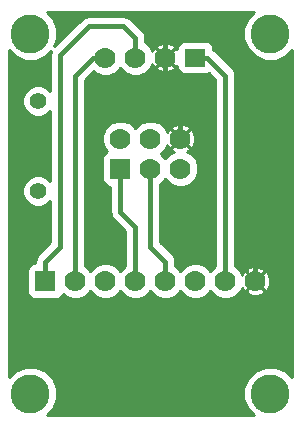
<source format=gbl>
G04 (created by PCBNEW (2013-jul-07)-stable) date Thu 13 Aug 2015 05:12:16 PM PDT*
%MOIN*%
G04 Gerber Fmt 3.4, Leading zero omitted, Abs format*
%FSLAX34Y34*%
G01*
G70*
G90*
G04 APERTURE LIST*
%ADD10C,0.00393701*%
%ADD11R,0.07X0.07*%
%ADD12C,0.07*%
%ADD13R,0.07X0.06*%
%ADD14C,0.055*%
%ADD15C,0.13*%
%ADD16C,0.017*%
%ADD17C,0.01*%
G04 APERTURE END LIST*
G54D10*
G54D11*
X53350Y-36250D03*
G54D12*
X53350Y-35250D03*
X54350Y-36250D03*
X54350Y-35250D03*
X55350Y-36250D03*
X55350Y-35250D03*
G54D13*
X55850Y-32550D03*
G54D12*
X54850Y-32550D03*
X53850Y-32550D03*
X52850Y-32550D03*
G54D11*
X50850Y-40000D03*
G54D12*
X51850Y-40000D03*
X52850Y-40000D03*
X53850Y-40000D03*
X54850Y-40000D03*
X55850Y-40000D03*
X56850Y-40000D03*
X57850Y-40000D03*
G54D14*
X50600Y-34000D03*
X50600Y-37000D03*
G54D15*
X58350Y-31750D03*
X50350Y-31750D03*
X58350Y-43750D03*
X50350Y-43750D03*
G54D16*
X55850Y-32550D02*
X56250Y-32550D01*
X56850Y-33150D02*
X56850Y-40000D01*
X56250Y-32550D02*
X56850Y-33150D01*
X53850Y-32550D02*
X53850Y-31900D01*
X50850Y-39350D02*
X50850Y-40000D01*
X51350Y-38850D02*
X50850Y-39350D01*
X51350Y-32450D02*
X51350Y-38850D01*
X52300Y-31500D02*
X51350Y-32450D01*
X53450Y-31500D02*
X52300Y-31500D01*
X53850Y-31900D02*
X53450Y-31500D01*
X52850Y-32550D02*
X52450Y-32550D01*
X51850Y-33150D02*
X51850Y-40000D01*
X52450Y-32550D02*
X51850Y-33150D01*
X54850Y-32550D02*
X54850Y-32100D01*
X57850Y-37550D02*
X57850Y-40000D01*
X57450Y-37150D02*
X57850Y-37550D01*
X57450Y-32400D02*
X57450Y-37150D01*
X56500Y-31450D02*
X57450Y-32400D01*
X55500Y-31450D02*
X56500Y-31450D01*
X54850Y-32100D02*
X55500Y-31450D01*
X54850Y-32550D02*
X54850Y-33750D01*
X55350Y-34250D02*
X55350Y-35250D01*
X54850Y-33750D02*
X55350Y-34250D01*
X54350Y-36250D02*
X54350Y-38850D01*
X54850Y-39350D02*
X54850Y-40000D01*
X54350Y-38850D02*
X54850Y-39350D01*
X53350Y-36250D02*
X53350Y-37700D01*
X53850Y-38200D02*
X53850Y-40000D01*
X53350Y-37700D02*
X53850Y-38200D01*
G54D17*
X50907Y-44465D02*
X57792Y-44465D01*
X50987Y-44385D02*
X57712Y-44385D01*
X51067Y-44305D02*
X57632Y-44305D01*
X51127Y-44225D02*
X57572Y-44225D01*
X51160Y-44145D02*
X57539Y-44145D01*
X51193Y-44065D02*
X57506Y-44065D01*
X51227Y-43985D02*
X57473Y-43985D01*
X51250Y-43905D02*
X57450Y-43905D01*
X51250Y-43825D02*
X57450Y-43825D01*
X51250Y-43745D02*
X57450Y-43745D01*
X51250Y-43665D02*
X57450Y-43665D01*
X51250Y-43585D02*
X57450Y-43585D01*
X51223Y-43505D02*
X57478Y-43505D01*
X51190Y-43425D02*
X57511Y-43425D01*
X51157Y-43345D02*
X57544Y-43345D01*
X51123Y-43265D02*
X57578Y-43265D01*
X59058Y-43185D02*
X59075Y-43185D01*
X51058Y-43185D02*
X57643Y-43185D01*
X49625Y-43185D02*
X49643Y-43185D01*
X58978Y-43105D02*
X59075Y-43105D01*
X50978Y-43105D02*
X57723Y-43105D01*
X49625Y-43105D02*
X49723Y-43105D01*
X58898Y-43025D02*
X59075Y-43025D01*
X50898Y-43025D02*
X57803Y-43025D01*
X49625Y-43025D02*
X49803Y-43025D01*
X58758Y-42945D02*
X59075Y-42945D01*
X50758Y-42945D02*
X57941Y-42945D01*
X49625Y-42945D02*
X49943Y-42945D01*
X58566Y-42865D02*
X59075Y-42865D01*
X50566Y-42865D02*
X58136Y-42865D01*
X49625Y-42865D02*
X50136Y-42865D01*
X49625Y-42785D02*
X59075Y-42785D01*
X49625Y-42705D02*
X59075Y-42705D01*
X49625Y-42625D02*
X59075Y-42625D01*
X49625Y-42545D02*
X59075Y-42545D01*
X49625Y-42465D02*
X59075Y-42465D01*
X49625Y-42385D02*
X59075Y-42385D01*
X49625Y-42305D02*
X59075Y-42305D01*
X49625Y-42225D02*
X59075Y-42225D01*
X49625Y-42145D02*
X59075Y-42145D01*
X49625Y-42065D02*
X59075Y-42065D01*
X49625Y-41985D02*
X59075Y-41985D01*
X49625Y-41905D02*
X59075Y-41905D01*
X49625Y-41825D02*
X59075Y-41825D01*
X49625Y-41745D02*
X59075Y-41745D01*
X49625Y-41665D02*
X59075Y-41665D01*
X49625Y-41585D02*
X59075Y-41585D01*
X49625Y-41505D02*
X59075Y-41505D01*
X49625Y-41425D02*
X59075Y-41425D01*
X49625Y-41345D02*
X59075Y-41345D01*
X49625Y-41265D02*
X59075Y-41265D01*
X49625Y-41185D02*
X59075Y-41185D01*
X49625Y-41105D02*
X59075Y-41105D01*
X49625Y-41025D02*
X59075Y-41025D01*
X49625Y-40945D02*
X59075Y-40945D01*
X49625Y-40865D02*
X59075Y-40865D01*
X49625Y-40785D02*
X59075Y-40785D01*
X49625Y-40705D02*
X59075Y-40705D01*
X49625Y-40625D02*
X59075Y-40625D01*
X57099Y-40545D02*
X59075Y-40545D01*
X56099Y-40545D02*
X56600Y-40545D01*
X55099Y-40545D02*
X55600Y-40545D01*
X54099Y-40545D02*
X54600Y-40545D01*
X53099Y-40545D02*
X53600Y-40545D01*
X52099Y-40545D02*
X52600Y-40545D01*
X51357Y-40545D02*
X51600Y-40545D01*
X49625Y-40545D02*
X50343Y-40545D01*
X58004Y-40465D02*
X59075Y-40465D01*
X57232Y-40465D02*
X57690Y-40465D01*
X56231Y-40465D02*
X56468Y-40465D01*
X55231Y-40465D02*
X55468Y-40465D01*
X54232Y-40465D02*
X54468Y-40465D01*
X53231Y-40465D02*
X53468Y-40465D01*
X52232Y-40465D02*
X52468Y-40465D01*
X51421Y-40465D02*
X51468Y-40465D01*
X49625Y-40465D02*
X50278Y-40465D01*
X58148Y-40385D02*
X59075Y-40385D01*
X57312Y-40385D02*
X57551Y-40385D01*
X56310Y-40385D02*
X56388Y-40385D01*
X55310Y-40385D02*
X55388Y-40385D01*
X54312Y-40385D02*
X54388Y-40385D01*
X53310Y-40385D02*
X53388Y-40385D01*
X52312Y-40385D02*
X52388Y-40385D01*
X49625Y-40385D02*
X50251Y-40385D01*
X58220Y-40305D02*
X59075Y-40305D01*
X58148Y-40305D02*
X58162Y-40305D01*
X57538Y-40305D02*
X57552Y-40305D01*
X57371Y-40305D02*
X57479Y-40305D01*
X49625Y-40305D02*
X50251Y-40305D01*
X58285Y-40225D02*
X59075Y-40225D01*
X58068Y-40225D02*
X58082Y-40225D01*
X57618Y-40225D02*
X57632Y-40225D01*
X57404Y-40225D02*
X57411Y-40225D01*
X49625Y-40225D02*
X50251Y-40225D01*
X58321Y-40145D02*
X59075Y-40145D01*
X57988Y-40145D02*
X58002Y-40145D01*
X57698Y-40145D02*
X57712Y-40145D01*
X49625Y-40145D02*
X50251Y-40145D01*
X58337Y-40065D02*
X59075Y-40065D01*
X57908Y-40065D02*
X57922Y-40065D01*
X57778Y-40065D02*
X57792Y-40065D01*
X49625Y-40065D02*
X50251Y-40065D01*
X58339Y-39985D02*
X59075Y-39985D01*
X57858Y-39985D02*
X57872Y-39985D01*
X57828Y-39985D02*
X57842Y-39985D01*
X49625Y-39985D02*
X50251Y-39985D01*
X58338Y-39905D02*
X59075Y-39905D01*
X57938Y-39905D02*
X57952Y-39905D01*
X57748Y-39905D02*
X57762Y-39905D01*
X49625Y-39905D02*
X50251Y-39905D01*
X58308Y-39825D02*
X59075Y-39825D01*
X58018Y-39825D02*
X58032Y-39825D01*
X57668Y-39825D02*
X57682Y-39825D01*
X49625Y-39825D02*
X50251Y-39825D01*
X58278Y-39745D02*
X59075Y-39745D01*
X58098Y-39745D02*
X58112Y-39745D01*
X57588Y-39745D02*
X57602Y-39745D01*
X57393Y-39745D02*
X57428Y-39745D01*
X49625Y-39745D02*
X50251Y-39745D01*
X58171Y-39665D02*
X59075Y-39665D01*
X57360Y-39665D02*
X57530Y-39665D01*
X49625Y-39665D02*
X50251Y-39665D01*
X58122Y-39585D02*
X59075Y-39585D01*
X57282Y-39585D02*
X57573Y-39585D01*
X56283Y-39585D02*
X56418Y-39585D01*
X55282Y-39585D02*
X55418Y-39585D01*
X53282Y-39585D02*
X53418Y-39585D01*
X52283Y-39585D02*
X52418Y-39585D01*
X49625Y-39585D02*
X50258Y-39585D01*
X57202Y-39505D02*
X59075Y-39505D01*
X56203Y-39505D02*
X56498Y-39505D01*
X55202Y-39505D02*
X55498Y-39505D01*
X53202Y-39505D02*
X53498Y-39505D01*
X52203Y-39505D02*
X52498Y-39505D01*
X49625Y-39505D02*
X50293Y-39505D01*
X57185Y-39425D02*
X59075Y-39425D01*
X56028Y-39425D02*
X56515Y-39425D01*
X55185Y-39425D02*
X55673Y-39425D01*
X53028Y-39425D02*
X53515Y-39425D01*
X52185Y-39425D02*
X52673Y-39425D01*
X49625Y-39425D02*
X50393Y-39425D01*
X57185Y-39345D02*
X59075Y-39345D01*
X55184Y-39345D02*
X56515Y-39345D01*
X52185Y-39345D02*
X53515Y-39345D01*
X49625Y-39345D02*
X50517Y-39345D01*
X57185Y-39265D02*
X59075Y-39265D01*
X55168Y-39265D02*
X56515Y-39265D01*
X52185Y-39265D02*
X53515Y-39265D01*
X49625Y-39265D02*
X50533Y-39265D01*
X57185Y-39185D02*
X59075Y-39185D01*
X55135Y-39185D02*
X56515Y-39185D01*
X52185Y-39185D02*
X53515Y-39185D01*
X49625Y-39185D02*
X50566Y-39185D01*
X57185Y-39105D02*
X59075Y-39105D01*
X55079Y-39105D02*
X56515Y-39105D01*
X52185Y-39105D02*
X53515Y-39105D01*
X49625Y-39105D02*
X50621Y-39105D01*
X57185Y-39025D02*
X59075Y-39025D01*
X54999Y-39025D02*
X56515Y-39025D01*
X52185Y-39025D02*
X53515Y-39025D01*
X49625Y-39025D02*
X50701Y-39025D01*
X57185Y-38945D02*
X59075Y-38945D01*
X54919Y-38945D02*
X56515Y-38945D01*
X52185Y-38945D02*
X53515Y-38945D01*
X49625Y-38945D02*
X50781Y-38945D01*
X57185Y-38865D02*
X59075Y-38865D01*
X54839Y-38865D02*
X56515Y-38865D01*
X52185Y-38865D02*
X53515Y-38865D01*
X49625Y-38865D02*
X50861Y-38865D01*
X57185Y-38785D02*
X59075Y-38785D01*
X54759Y-38785D02*
X56515Y-38785D01*
X52185Y-38785D02*
X53515Y-38785D01*
X49625Y-38785D02*
X50941Y-38785D01*
X57185Y-38705D02*
X59075Y-38705D01*
X54685Y-38705D02*
X56515Y-38705D01*
X52185Y-38705D02*
X53515Y-38705D01*
X49625Y-38705D02*
X51015Y-38705D01*
X57185Y-38625D02*
X59075Y-38625D01*
X54685Y-38625D02*
X56515Y-38625D01*
X52185Y-38625D02*
X53515Y-38625D01*
X49625Y-38625D02*
X51015Y-38625D01*
X57185Y-38545D02*
X59075Y-38545D01*
X54685Y-38545D02*
X56515Y-38545D01*
X52185Y-38545D02*
X53515Y-38545D01*
X49625Y-38545D02*
X51015Y-38545D01*
X57185Y-38465D02*
X59075Y-38465D01*
X54685Y-38465D02*
X56515Y-38465D01*
X52185Y-38465D02*
X53515Y-38465D01*
X49625Y-38465D02*
X51015Y-38465D01*
X57185Y-38385D02*
X59075Y-38385D01*
X54685Y-38385D02*
X56515Y-38385D01*
X52185Y-38385D02*
X53515Y-38385D01*
X49625Y-38385D02*
X51015Y-38385D01*
X57185Y-38305D02*
X59075Y-38305D01*
X54685Y-38305D02*
X56515Y-38305D01*
X52185Y-38305D02*
X53481Y-38305D01*
X49625Y-38305D02*
X51015Y-38305D01*
X57185Y-38225D02*
X59075Y-38225D01*
X54685Y-38225D02*
X56515Y-38225D01*
X52185Y-38225D02*
X53401Y-38225D01*
X49625Y-38225D02*
X51015Y-38225D01*
X57185Y-38145D02*
X59075Y-38145D01*
X54685Y-38145D02*
X56515Y-38145D01*
X52185Y-38145D02*
X53321Y-38145D01*
X49625Y-38145D02*
X51015Y-38145D01*
X57185Y-38065D02*
X59075Y-38065D01*
X54685Y-38065D02*
X56515Y-38065D01*
X52185Y-38065D02*
X53241Y-38065D01*
X49625Y-38065D02*
X51015Y-38065D01*
X57185Y-37985D02*
X59075Y-37985D01*
X54685Y-37985D02*
X56515Y-37985D01*
X52185Y-37985D02*
X53161Y-37985D01*
X49625Y-37985D02*
X51015Y-37985D01*
X57185Y-37905D02*
X59075Y-37905D01*
X54685Y-37905D02*
X56515Y-37905D01*
X52185Y-37905D02*
X53091Y-37905D01*
X49625Y-37905D02*
X51015Y-37905D01*
X57185Y-37825D02*
X59075Y-37825D01*
X54685Y-37825D02*
X56515Y-37825D01*
X52185Y-37825D02*
X53040Y-37825D01*
X49625Y-37825D02*
X51015Y-37825D01*
X57185Y-37745D02*
X59075Y-37745D01*
X54685Y-37745D02*
X56515Y-37745D01*
X52185Y-37745D02*
X53024Y-37745D01*
X49625Y-37745D02*
X51015Y-37745D01*
X57185Y-37665D02*
X59075Y-37665D01*
X54685Y-37665D02*
X56515Y-37665D01*
X52185Y-37665D02*
X53015Y-37665D01*
X49625Y-37665D02*
X51015Y-37665D01*
X57185Y-37585D02*
X59075Y-37585D01*
X54685Y-37585D02*
X56515Y-37585D01*
X52185Y-37585D02*
X53015Y-37585D01*
X49625Y-37585D02*
X51015Y-37585D01*
X57185Y-37505D02*
X59075Y-37505D01*
X54685Y-37505D02*
X56515Y-37505D01*
X52185Y-37505D02*
X53015Y-37505D01*
X50752Y-37505D02*
X51015Y-37505D01*
X49625Y-37505D02*
X50446Y-37505D01*
X57185Y-37425D02*
X59075Y-37425D01*
X54685Y-37425D02*
X56515Y-37425D01*
X52185Y-37425D02*
X53015Y-37425D01*
X50917Y-37425D02*
X51015Y-37425D01*
X49625Y-37425D02*
X50282Y-37425D01*
X57185Y-37345D02*
X59075Y-37345D01*
X54685Y-37345D02*
X56515Y-37345D01*
X52185Y-37345D02*
X53015Y-37345D01*
X50997Y-37345D02*
X51015Y-37345D01*
X49625Y-37345D02*
X50202Y-37345D01*
X57185Y-37265D02*
X59075Y-37265D01*
X54685Y-37265D02*
X56515Y-37265D01*
X52185Y-37265D02*
X53015Y-37265D01*
X49625Y-37265D02*
X50141Y-37265D01*
X57185Y-37185D02*
X59075Y-37185D01*
X54685Y-37185D02*
X56515Y-37185D01*
X52185Y-37185D02*
X53015Y-37185D01*
X49625Y-37185D02*
X50108Y-37185D01*
X57185Y-37105D02*
X59075Y-37105D01*
X54685Y-37105D02*
X56515Y-37105D01*
X52185Y-37105D02*
X53015Y-37105D01*
X49625Y-37105D02*
X50075Y-37105D01*
X57185Y-37025D02*
X59075Y-37025D01*
X54685Y-37025D02*
X56515Y-37025D01*
X52185Y-37025D02*
X53015Y-37025D01*
X49625Y-37025D02*
X50075Y-37025D01*
X57185Y-36945D02*
X59075Y-36945D01*
X54685Y-36945D02*
X56515Y-36945D01*
X52185Y-36945D02*
X53015Y-36945D01*
X49625Y-36945D02*
X50075Y-36945D01*
X57185Y-36865D02*
X59075Y-36865D01*
X54685Y-36865D02*
X56515Y-36865D01*
X52185Y-36865D02*
X53015Y-36865D01*
X49625Y-36865D02*
X50088Y-36865D01*
X57185Y-36785D02*
X59075Y-36785D01*
X55623Y-36785D02*
X56515Y-36785D01*
X54685Y-36785D02*
X55076Y-36785D01*
X52185Y-36785D02*
X52833Y-36785D01*
X49625Y-36785D02*
X50121Y-36785D01*
X57185Y-36705D02*
X59075Y-36705D01*
X55742Y-36705D02*
X56515Y-36705D01*
X54741Y-36705D02*
X54957Y-36705D01*
X52185Y-36705D02*
X52774Y-36705D01*
X49625Y-36705D02*
X50154Y-36705D01*
X57185Y-36625D02*
X59075Y-36625D01*
X55822Y-36625D02*
X56515Y-36625D01*
X54821Y-36625D02*
X54877Y-36625D01*
X52185Y-36625D02*
X52751Y-36625D01*
X50968Y-36625D02*
X51015Y-36625D01*
X49625Y-36625D02*
X50233Y-36625D01*
X57185Y-36545D02*
X59075Y-36545D01*
X55876Y-36545D02*
X56515Y-36545D01*
X52185Y-36545D02*
X52751Y-36545D01*
X50874Y-36545D02*
X51015Y-36545D01*
X49625Y-36545D02*
X50328Y-36545D01*
X57185Y-36465D02*
X59075Y-36465D01*
X55909Y-36465D02*
X56515Y-36465D01*
X52185Y-36465D02*
X52751Y-36465D01*
X49625Y-36465D02*
X51015Y-36465D01*
X57185Y-36385D02*
X59075Y-36385D01*
X55942Y-36385D02*
X56515Y-36385D01*
X52185Y-36385D02*
X52751Y-36385D01*
X49625Y-36385D02*
X51015Y-36385D01*
X57185Y-36305D02*
X59075Y-36305D01*
X55949Y-36305D02*
X56515Y-36305D01*
X52185Y-36305D02*
X52751Y-36305D01*
X49625Y-36305D02*
X51015Y-36305D01*
X57185Y-36225D02*
X59075Y-36225D01*
X55949Y-36225D02*
X56515Y-36225D01*
X52185Y-36225D02*
X52751Y-36225D01*
X49625Y-36225D02*
X51015Y-36225D01*
X57185Y-36145D02*
X59075Y-36145D01*
X55949Y-36145D02*
X56515Y-36145D01*
X52185Y-36145D02*
X52751Y-36145D01*
X49625Y-36145D02*
X51015Y-36145D01*
X57185Y-36065D02*
X59075Y-36065D01*
X55922Y-36065D02*
X56515Y-36065D01*
X52185Y-36065D02*
X52751Y-36065D01*
X49625Y-36065D02*
X51015Y-36065D01*
X57185Y-35985D02*
X59075Y-35985D01*
X55889Y-35985D02*
X56515Y-35985D01*
X52185Y-35985D02*
X52751Y-35985D01*
X49625Y-35985D02*
X51015Y-35985D01*
X57185Y-35905D02*
X59075Y-35905D01*
X55852Y-35905D02*
X56515Y-35905D01*
X52185Y-35905D02*
X52751Y-35905D01*
X49625Y-35905D02*
X51015Y-35905D01*
X57185Y-35825D02*
X59075Y-35825D01*
X55772Y-35825D02*
X56515Y-35825D01*
X54772Y-35825D02*
X54928Y-35825D01*
X52185Y-35825D02*
X52762Y-35825D01*
X49625Y-35825D02*
X51015Y-35825D01*
X57185Y-35745D02*
X59075Y-35745D01*
X55692Y-35745D02*
X56515Y-35745D01*
X54702Y-35745D02*
X55008Y-35745D01*
X52185Y-35745D02*
X52803Y-35745D01*
X49625Y-35745D02*
X51015Y-35745D01*
X57185Y-35665D02*
X59075Y-35665D01*
X55627Y-35665D02*
X56515Y-35665D01*
X54782Y-35665D02*
X55078Y-35665D01*
X52185Y-35665D02*
X52915Y-35665D01*
X49625Y-35665D02*
X51015Y-35665D01*
X57185Y-35585D02*
X59075Y-35585D01*
X55670Y-35585D02*
X56515Y-35585D01*
X54859Y-35585D02*
X55029Y-35585D01*
X52185Y-35585D02*
X52840Y-35585D01*
X49625Y-35585D02*
X51015Y-35585D01*
X57185Y-35505D02*
X59075Y-35505D01*
X55772Y-35505D02*
X56515Y-35505D01*
X55598Y-35505D02*
X55612Y-35505D01*
X55088Y-35505D02*
X55102Y-35505D01*
X54892Y-35505D02*
X54922Y-35505D01*
X52185Y-35505D02*
X52807Y-35505D01*
X49625Y-35505D02*
X51015Y-35505D01*
X57185Y-35425D02*
X59075Y-35425D01*
X55807Y-35425D02*
X56515Y-35425D01*
X55518Y-35425D02*
X55532Y-35425D01*
X55168Y-35425D02*
X55182Y-35425D01*
X52185Y-35425D02*
X52774Y-35425D01*
X49625Y-35425D02*
X51015Y-35425D01*
X57185Y-35345D02*
X59075Y-35345D01*
X55836Y-35345D02*
X56515Y-35345D01*
X55438Y-35345D02*
X55452Y-35345D01*
X55248Y-35345D02*
X55262Y-35345D01*
X52185Y-35345D02*
X52751Y-35345D01*
X49625Y-35345D02*
X51015Y-35345D01*
X57185Y-35265D02*
X59075Y-35265D01*
X55838Y-35265D02*
X56515Y-35265D01*
X55358Y-35265D02*
X55372Y-35265D01*
X55328Y-35265D02*
X55342Y-35265D01*
X52185Y-35265D02*
X52751Y-35265D01*
X49625Y-35265D02*
X51015Y-35265D01*
X57185Y-35185D02*
X59075Y-35185D01*
X55841Y-35185D02*
X56515Y-35185D01*
X55408Y-35185D02*
X55422Y-35185D01*
X55278Y-35185D02*
X55292Y-35185D01*
X52185Y-35185D02*
X52751Y-35185D01*
X49625Y-35185D02*
X51015Y-35185D01*
X57185Y-35105D02*
X59075Y-35105D01*
X55819Y-35105D02*
X56515Y-35105D01*
X55488Y-35105D02*
X55502Y-35105D01*
X55198Y-35105D02*
X55212Y-35105D01*
X52185Y-35105D02*
X52762Y-35105D01*
X49625Y-35105D02*
X51015Y-35105D01*
X57185Y-35025D02*
X59075Y-35025D01*
X55789Y-35025D02*
X56515Y-35025D01*
X55568Y-35025D02*
X55582Y-35025D01*
X55118Y-35025D02*
X55132Y-35025D01*
X54905Y-35025D02*
X54914Y-35025D01*
X52185Y-35025D02*
X52795Y-35025D01*
X49625Y-35025D02*
X51015Y-35025D01*
X57185Y-34945D02*
X59075Y-34945D01*
X55721Y-34945D02*
X56515Y-34945D01*
X55648Y-34945D02*
X55662Y-34945D01*
X55038Y-34945D02*
X55052Y-34945D01*
X54872Y-34945D02*
X54980Y-34945D01*
X52185Y-34945D02*
X52828Y-34945D01*
X49625Y-34945D02*
X51015Y-34945D01*
X57185Y-34865D02*
X59075Y-34865D01*
X55649Y-34865D02*
X56515Y-34865D01*
X54812Y-34865D02*
X55052Y-34865D01*
X53813Y-34865D02*
X53888Y-34865D01*
X52185Y-34865D02*
X52888Y-34865D01*
X49625Y-34865D02*
X51015Y-34865D01*
X57185Y-34785D02*
X59075Y-34785D01*
X55510Y-34785D02*
X56515Y-34785D01*
X54732Y-34785D02*
X55196Y-34785D01*
X53733Y-34785D02*
X53968Y-34785D01*
X52185Y-34785D02*
X52968Y-34785D01*
X49625Y-34785D02*
X51015Y-34785D01*
X57185Y-34705D02*
X59075Y-34705D01*
X54600Y-34705D02*
X56515Y-34705D01*
X53600Y-34705D02*
X54101Y-34705D01*
X52185Y-34705D02*
X53101Y-34705D01*
X49625Y-34705D02*
X51015Y-34705D01*
X57185Y-34625D02*
X59075Y-34625D01*
X52185Y-34625D02*
X56515Y-34625D01*
X49625Y-34625D02*
X51015Y-34625D01*
X57185Y-34545D02*
X59075Y-34545D01*
X52185Y-34545D02*
X56515Y-34545D01*
X49625Y-34545D02*
X51015Y-34545D01*
X57185Y-34465D02*
X59075Y-34465D01*
X52185Y-34465D02*
X56515Y-34465D01*
X50848Y-34465D02*
X51015Y-34465D01*
X49625Y-34465D02*
X50350Y-34465D01*
X57185Y-34385D02*
X59075Y-34385D01*
X52185Y-34385D02*
X56515Y-34385D01*
X50957Y-34385D02*
X51015Y-34385D01*
X49625Y-34385D02*
X50242Y-34385D01*
X57185Y-34305D02*
X59075Y-34305D01*
X52185Y-34305D02*
X56515Y-34305D01*
X49625Y-34305D02*
X50162Y-34305D01*
X57185Y-34225D02*
X59075Y-34225D01*
X52185Y-34225D02*
X56515Y-34225D01*
X49625Y-34225D02*
X50125Y-34225D01*
X57185Y-34145D02*
X59075Y-34145D01*
X52185Y-34145D02*
X56515Y-34145D01*
X49625Y-34145D02*
X50091Y-34145D01*
X57185Y-34065D02*
X59075Y-34065D01*
X52185Y-34065D02*
X56515Y-34065D01*
X49625Y-34065D02*
X50075Y-34065D01*
X57185Y-33985D02*
X59075Y-33985D01*
X52185Y-33985D02*
X56515Y-33985D01*
X49625Y-33985D02*
X50075Y-33985D01*
X57185Y-33905D02*
X59075Y-33905D01*
X52185Y-33905D02*
X56515Y-33905D01*
X49625Y-33905D02*
X50075Y-33905D01*
X57185Y-33825D02*
X59075Y-33825D01*
X52185Y-33825D02*
X56515Y-33825D01*
X49625Y-33825D02*
X50105Y-33825D01*
X57185Y-33745D02*
X59075Y-33745D01*
X52185Y-33745D02*
X56515Y-33745D01*
X49625Y-33745D02*
X50138Y-33745D01*
X57185Y-33665D02*
X59075Y-33665D01*
X52185Y-33665D02*
X56515Y-33665D01*
X51008Y-33665D02*
X51015Y-33665D01*
X49625Y-33665D02*
X50193Y-33665D01*
X57185Y-33585D02*
X59075Y-33585D01*
X52185Y-33585D02*
X56515Y-33585D01*
X50928Y-33585D02*
X51015Y-33585D01*
X49625Y-33585D02*
X50273Y-33585D01*
X57185Y-33505D02*
X59075Y-33505D01*
X52185Y-33505D02*
X56515Y-33505D01*
X50778Y-33505D02*
X51015Y-33505D01*
X49625Y-33505D02*
X50424Y-33505D01*
X57185Y-33425D02*
X59075Y-33425D01*
X52185Y-33425D02*
X56515Y-33425D01*
X49625Y-33425D02*
X51015Y-33425D01*
X57185Y-33345D02*
X59075Y-33345D01*
X52185Y-33345D02*
X56515Y-33345D01*
X49625Y-33345D02*
X51015Y-33345D01*
X57185Y-33265D02*
X59075Y-33265D01*
X52208Y-33265D02*
X56491Y-33265D01*
X49625Y-33265D02*
X51015Y-33265D01*
X57185Y-33185D02*
X59075Y-33185D01*
X52288Y-33185D02*
X56411Y-33185D01*
X49625Y-33185D02*
X51015Y-33185D01*
X57176Y-33105D02*
X59075Y-33105D01*
X54075Y-33105D02*
X56331Y-33105D01*
X53075Y-33105D02*
X53624Y-33105D01*
X52368Y-33105D02*
X52624Y-33105D01*
X49625Y-33105D02*
X51015Y-33105D01*
X57160Y-33025D02*
X59075Y-33025D01*
X54978Y-33025D02*
X55323Y-33025D01*
X54222Y-33025D02*
X54713Y-33025D01*
X53221Y-33025D02*
X53477Y-33025D01*
X52448Y-33025D02*
X52478Y-33025D01*
X49625Y-33025D02*
X51015Y-33025D01*
X57109Y-32945D02*
X59075Y-32945D01*
X55144Y-32945D02*
X55270Y-32945D01*
X54302Y-32945D02*
X54555Y-32945D01*
X53301Y-32945D02*
X53397Y-32945D01*
X49625Y-32945D02*
X51015Y-32945D01*
X57039Y-32865D02*
X59075Y-32865D01*
X55197Y-32865D02*
X55251Y-32865D01*
X55158Y-32865D02*
X55172Y-32865D01*
X54528Y-32865D02*
X54542Y-32865D01*
X54367Y-32865D02*
X54501Y-32865D01*
X49625Y-32865D02*
X51015Y-32865D01*
X56959Y-32785D02*
X59075Y-32785D01*
X55078Y-32785D02*
X55092Y-32785D01*
X54608Y-32785D02*
X54622Y-32785D01*
X54400Y-32785D02*
X54415Y-32785D01*
X49625Y-32785D02*
X51015Y-32785D01*
X56879Y-32705D02*
X59075Y-32705D01*
X54998Y-32705D02*
X55012Y-32705D01*
X54688Y-32705D02*
X54702Y-32705D01*
X49625Y-32705D02*
X51015Y-32705D01*
X58588Y-32625D02*
X59075Y-32625D01*
X56799Y-32625D02*
X58110Y-32625D01*
X54918Y-32625D02*
X54932Y-32625D01*
X54768Y-32625D02*
X54782Y-32625D01*
X50588Y-32625D02*
X51015Y-32625D01*
X49625Y-32625D02*
X50110Y-32625D01*
X58781Y-32545D02*
X59075Y-32545D01*
X56719Y-32545D02*
X57918Y-32545D01*
X54838Y-32545D02*
X54862Y-32545D01*
X50781Y-32545D02*
X51015Y-32545D01*
X49625Y-32545D02*
X49918Y-32545D01*
X58907Y-32465D02*
X59075Y-32465D01*
X56639Y-32465D02*
X57792Y-32465D01*
X54928Y-32465D02*
X54942Y-32465D01*
X54758Y-32465D02*
X54772Y-32465D01*
X50906Y-32465D02*
X51015Y-32465D01*
X49625Y-32465D02*
X49792Y-32465D01*
X58987Y-32385D02*
X59075Y-32385D01*
X56559Y-32385D02*
X57712Y-32385D01*
X55008Y-32385D02*
X55022Y-32385D01*
X54678Y-32385D02*
X54692Y-32385D01*
X50986Y-32385D02*
X51028Y-32385D01*
X49625Y-32385D02*
X49712Y-32385D01*
X59067Y-32305D02*
X59075Y-32305D01*
X56476Y-32305D02*
X57632Y-32305D01*
X55088Y-32305D02*
X55102Y-32305D01*
X54598Y-32305D02*
X54612Y-32305D01*
X54397Y-32305D02*
X54423Y-32305D01*
X49625Y-32305D02*
X49632Y-32305D01*
X56449Y-32225D02*
X57572Y-32225D01*
X55168Y-32225D02*
X55251Y-32225D01*
X54364Y-32225D02*
X54532Y-32225D01*
X56426Y-32145D02*
X57539Y-32145D01*
X55140Y-32145D02*
X55274Y-32145D01*
X54292Y-32145D02*
X54561Y-32145D01*
X51159Y-32145D02*
X51181Y-32145D01*
X56367Y-32065D02*
X57506Y-32065D01*
X54965Y-32065D02*
X55333Y-32065D01*
X54212Y-32065D02*
X54749Y-32065D01*
X51193Y-32065D02*
X51261Y-32065D01*
X54185Y-31985D02*
X57473Y-31985D01*
X51226Y-31985D02*
X51341Y-31985D01*
X54185Y-31905D02*
X57450Y-31905D01*
X51250Y-31905D02*
X51421Y-31905D01*
X54170Y-31825D02*
X57450Y-31825D01*
X51250Y-31825D02*
X51501Y-31825D01*
X54142Y-31745D02*
X57450Y-31745D01*
X51250Y-31745D02*
X51581Y-31745D01*
X54089Y-31665D02*
X57450Y-31665D01*
X51250Y-31665D02*
X51661Y-31665D01*
X54009Y-31585D02*
X57450Y-31585D01*
X51250Y-31585D02*
X51741Y-31585D01*
X53929Y-31505D02*
X57478Y-31505D01*
X51223Y-31505D02*
X51821Y-31505D01*
X53849Y-31425D02*
X57511Y-31425D01*
X51190Y-31425D02*
X51901Y-31425D01*
X53769Y-31345D02*
X57544Y-31345D01*
X51157Y-31345D02*
X51981Y-31345D01*
X53689Y-31265D02*
X57578Y-31265D01*
X51123Y-31265D02*
X52061Y-31265D01*
X53549Y-31185D02*
X57642Y-31185D01*
X51057Y-31185D02*
X52202Y-31185D01*
X50977Y-31105D02*
X57722Y-31105D01*
X50897Y-31025D02*
X57802Y-31025D01*
X57802Y-44475D02*
X57587Y-44259D01*
X57450Y-43928D01*
X57450Y-43570D01*
X57588Y-43239D01*
X57841Y-42987D01*
X57933Y-42948D01*
X57933Y-40492D01*
X57738Y-40486D01*
X57561Y-40407D01*
X57527Y-40330D01*
X57850Y-40007D01*
X57850Y-39993D01*
X57527Y-39670D01*
X57561Y-39593D01*
X57584Y-39577D01*
X57767Y-39508D01*
X57962Y-39514D01*
X58139Y-39593D01*
X58173Y-39670D01*
X57850Y-39993D01*
X57850Y-40007D01*
X58173Y-40330D01*
X58139Y-40407D01*
X58116Y-40423D01*
X57933Y-40492D01*
X57933Y-42948D01*
X58172Y-42850D01*
X58180Y-42850D01*
X58180Y-40323D01*
X57857Y-40000D01*
X58180Y-39677D01*
X58257Y-39711D01*
X58273Y-39734D01*
X58342Y-39917D01*
X58336Y-40112D01*
X58257Y-40289D01*
X58180Y-40323D01*
X58180Y-42850D01*
X58530Y-42850D01*
X58861Y-42988D01*
X59075Y-43202D01*
X59075Y-32297D01*
X58859Y-32513D01*
X58528Y-32650D01*
X58170Y-32650D01*
X57839Y-32512D01*
X57587Y-32259D01*
X57450Y-31928D01*
X57450Y-31570D01*
X57588Y-31239D01*
X57802Y-31025D01*
X50897Y-31025D01*
X51113Y-31241D01*
X51250Y-31572D01*
X51250Y-31930D01*
X51145Y-32180D01*
X52063Y-31263D01*
X52172Y-31191D01*
X52300Y-31165D01*
X53450Y-31165D01*
X53578Y-31191D01*
X53687Y-31263D01*
X54087Y-31663D01*
X54159Y-31772D01*
X54185Y-31900D01*
X54185Y-32040D01*
X54189Y-32042D01*
X54358Y-32211D01*
X54409Y-32335D01*
X54443Y-32261D01*
X54520Y-32227D01*
X54843Y-32550D01*
X54520Y-32873D01*
X54443Y-32839D01*
X54427Y-32816D01*
X54408Y-32766D01*
X54358Y-32889D01*
X54189Y-33058D01*
X53969Y-33149D01*
X53731Y-33149D01*
X53511Y-33058D01*
X53349Y-32897D01*
X53189Y-33058D01*
X52969Y-33149D01*
X52731Y-33149D01*
X52511Y-33058D01*
X52463Y-33010D01*
X52185Y-33289D01*
X52185Y-39490D01*
X52189Y-39492D01*
X52350Y-39652D01*
X52511Y-39492D01*
X52731Y-39401D01*
X52969Y-39401D01*
X53189Y-39492D01*
X53349Y-39653D01*
X53511Y-39492D01*
X53515Y-39490D01*
X53515Y-38339D01*
X53113Y-37937D01*
X53041Y-37828D01*
X53015Y-37700D01*
X53015Y-36849D01*
X52950Y-36849D01*
X52859Y-36811D01*
X52789Y-36741D01*
X52751Y-36649D01*
X52751Y-35850D01*
X52789Y-35759D01*
X52859Y-35689D01*
X52917Y-35664D01*
X52842Y-35589D01*
X52751Y-35369D01*
X52751Y-35131D01*
X52842Y-34911D01*
X53011Y-34742D01*
X53231Y-34651D01*
X53469Y-34651D01*
X53689Y-34742D01*
X53850Y-34902D01*
X54011Y-34742D01*
X54231Y-34651D01*
X54469Y-34651D01*
X54689Y-34742D01*
X54858Y-34911D01*
X54909Y-35035D01*
X54933Y-34983D01*
X54933Y-33042D01*
X54738Y-33036D01*
X54561Y-32957D01*
X54527Y-32880D01*
X54850Y-32557D01*
X54850Y-32543D01*
X54527Y-32220D01*
X54561Y-32143D01*
X54584Y-32127D01*
X54767Y-32058D01*
X54962Y-32064D01*
X55139Y-32143D01*
X55173Y-32220D01*
X54850Y-32543D01*
X54850Y-32557D01*
X55173Y-32880D01*
X55139Y-32957D01*
X55116Y-32973D01*
X54933Y-33042D01*
X54933Y-34983D01*
X54943Y-34961D01*
X55020Y-34927D01*
X55343Y-35250D01*
X55020Y-35573D01*
X54943Y-35539D01*
X54927Y-35516D01*
X54908Y-35466D01*
X54858Y-35589D01*
X54697Y-35750D01*
X54850Y-35903D01*
X55011Y-35742D01*
X55135Y-35690D01*
X55061Y-35657D01*
X55027Y-35580D01*
X55350Y-35257D01*
X55350Y-35243D01*
X55027Y-34920D01*
X55061Y-34843D01*
X55084Y-34827D01*
X55267Y-34758D01*
X55462Y-34764D01*
X55639Y-34843D01*
X55673Y-34920D01*
X55350Y-35243D01*
X55350Y-35257D01*
X55673Y-35580D01*
X55639Y-35657D01*
X55616Y-35673D01*
X55566Y-35691D01*
X55680Y-35738D01*
X55680Y-35573D01*
X55357Y-35250D01*
X55680Y-34927D01*
X55757Y-34961D01*
X55773Y-34984D01*
X55842Y-35167D01*
X55836Y-35362D01*
X55757Y-35539D01*
X55680Y-35573D01*
X55680Y-35738D01*
X55689Y-35742D01*
X55858Y-35911D01*
X55949Y-36131D01*
X55949Y-36369D01*
X55858Y-36589D01*
X55689Y-36758D01*
X55469Y-36849D01*
X55231Y-36849D01*
X55011Y-36758D01*
X54849Y-36597D01*
X54689Y-36758D01*
X54685Y-36759D01*
X54685Y-38711D01*
X55087Y-39113D01*
X55159Y-39222D01*
X55185Y-39350D01*
X55185Y-39490D01*
X55189Y-39492D01*
X55350Y-39653D01*
X55511Y-39492D01*
X55731Y-39401D01*
X55969Y-39401D01*
X56189Y-39492D01*
X56350Y-39652D01*
X56511Y-39492D01*
X56515Y-39490D01*
X56515Y-33289D01*
X56302Y-33076D01*
X56249Y-33099D01*
X55450Y-33099D01*
X55359Y-33061D01*
X55289Y-32991D01*
X55251Y-32899D01*
X55251Y-32841D01*
X55180Y-32873D01*
X54857Y-32550D01*
X55180Y-32227D01*
X55251Y-32258D01*
X55251Y-32200D01*
X55289Y-32109D01*
X55359Y-32039D01*
X55451Y-32001D01*
X56250Y-32001D01*
X56341Y-32039D01*
X56411Y-32109D01*
X56449Y-32201D01*
X56449Y-32287D01*
X56487Y-32313D01*
X57087Y-32913D01*
X57159Y-33022D01*
X57185Y-33150D01*
X57185Y-39490D01*
X57189Y-39492D01*
X57358Y-39661D01*
X57409Y-39785D01*
X57443Y-39711D01*
X57520Y-39677D01*
X57843Y-40000D01*
X57520Y-40323D01*
X57443Y-40289D01*
X57427Y-40266D01*
X57408Y-40216D01*
X57358Y-40339D01*
X57189Y-40508D01*
X56969Y-40599D01*
X56731Y-40599D01*
X56511Y-40508D01*
X56349Y-40346D01*
X56189Y-40508D01*
X55969Y-40599D01*
X55731Y-40599D01*
X55511Y-40508D01*
X55349Y-40346D01*
X55189Y-40508D01*
X54969Y-40599D01*
X54731Y-40599D01*
X54511Y-40508D01*
X54350Y-40347D01*
X54189Y-40508D01*
X53969Y-40599D01*
X53731Y-40599D01*
X53511Y-40508D01*
X53349Y-40346D01*
X53189Y-40508D01*
X52969Y-40599D01*
X52731Y-40599D01*
X52511Y-40508D01*
X52350Y-40347D01*
X52189Y-40508D01*
X51969Y-40599D01*
X51731Y-40599D01*
X51511Y-40508D01*
X51435Y-40432D01*
X51411Y-40491D01*
X51341Y-40561D01*
X51249Y-40599D01*
X50450Y-40599D01*
X50359Y-40561D01*
X50289Y-40491D01*
X50251Y-40399D01*
X50251Y-39600D01*
X50289Y-39509D01*
X50359Y-39439D01*
X50451Y-39401D01*
X50515Y-39401D01*
X50515Y-39350D01*
X50541Y-39222D01*
X50613Y-39113D01*
X51015Y-38711D01*
X51015Y-37327D01*
X50897Y-37445D01*
X50704Y-37525D01*
X50495Y-37525D01*
X50302Y-37445D01*
X50155Y-37297D01*
X50075Y-37104D01*
X50075Y-36895D01*
X50155Y-36702D01*
X50303Y-36555D01*
X50496Y-36475D01*
X50705Y-36475D01*
X50898Y-36555D01*
X51015Y-36672D01*
X51015Y-34327D01*
X50897Y-34445D01*
X50704Y-34525D01*
X50495Y-34525D01*
X50302Y-34445D01*
X50155Y-34297D01*
X50075Y-34104D01*
X50075Y-33895D01*
X50155Y-33702D01*
X50303Y-33555D01*
X50496Y-33475D01*
X50705Y-33475D01*
X50898Y-33555D01*
X51015Y-33672D01*
X51015Y-32450D01*
X51037Y-32334D01*
X50859Y-32513D01*
X50528Y-32650D01*
X50170Y-32650D01*
X49839Y-32512D01*
X49625Y-32297D01*
X49625Y-43202D01*
X49841Y-42987D01*
X50172Y-42850D01*
X50530Y-42850D01*
X50861Y-42988D01*
X51113Y-43241D01*
X51250Y-43572D01*
X51250Y-43930D01*
X51112Y-44261D01*
X50897Y-44475D01*
X57802Y-44475D01*
M02*

</source>
